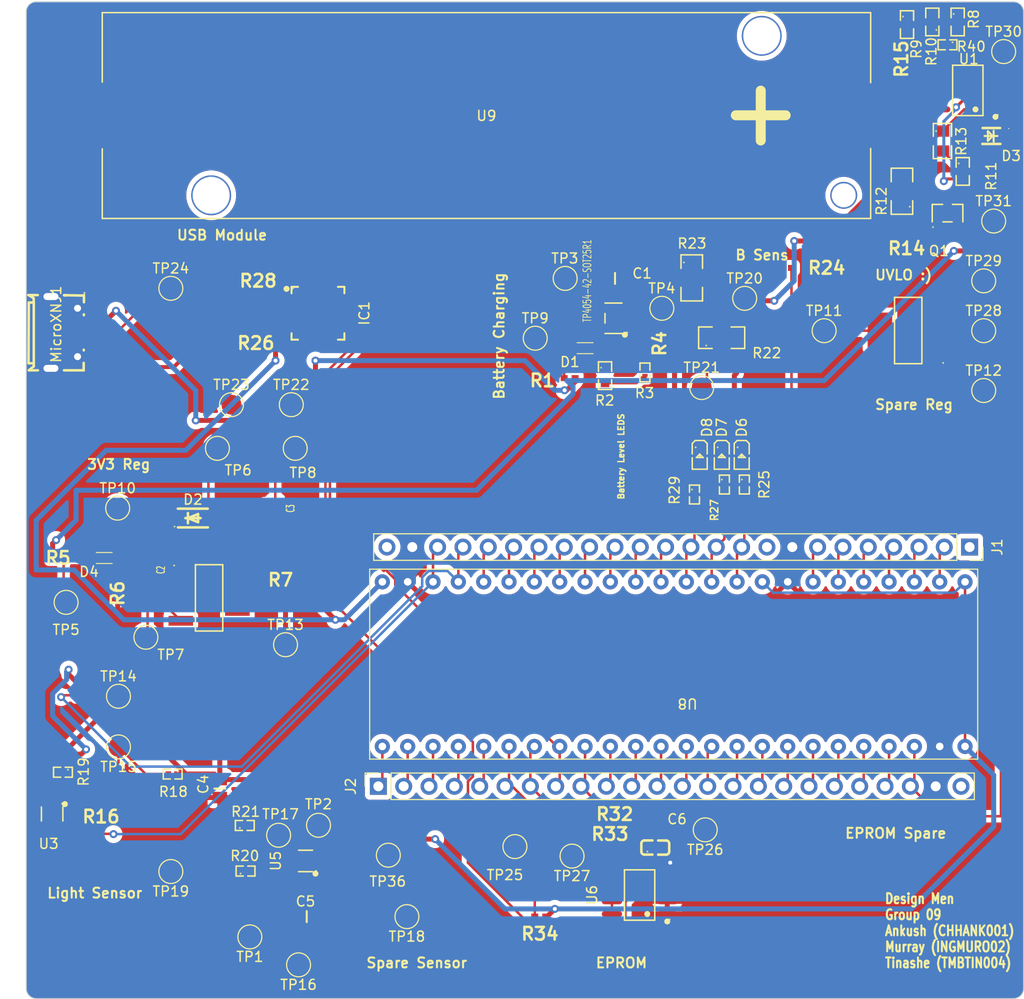
<source format=kicad_pcb>
(kicad_pcb (version 20221018) (generator pcbnew)
  (layers (0 "F.Cu" signal) (31 "B.Cu" signal) (34 "B.Paste" user) (35 "F.Paste" user) (36 "B.SilkS" user "B.Silkscreen") (37 "F.SilkS" user "F.Silkscreen") (38 "B.Mask" user) (39 "F.Mask" user) (44 "Edge.Cuts" user))
  (net 0 "")
  (net 1 "Net-(U5-SDA)")
  (net 2 "Net-(U5-SCL)")
  (net 3 "Net-(D1-K)")
  (net 4 "Net-(TP4054-42-SOT25R1-BAT)")
  (net 5 "GND")
  (net 6 "/MICROCONTROLLER/VSS")
  (net 7 "Net-(U3-SCL)")
  (net 8 "Net-(U3-SDA)")
  (net 9 "Net-(U5-VDD)")
  (net 10 "Net-(R20-Pad1)")
  (net 11 "/POWER MODULE/Battery")
  (net 12 "Net-(R22-Pad1)")
  (net 13 "/MICROCONTROLLER/5V")
  (net 14 "Net-(MicroXNJ1-D-)")
  (net 15 "Net-(MicroXNJ1-D+)")
  (net 16 "Net-(U6-VCC)")
  (net 17 "Net-(U6-SDA)")
  (net 18 "Net-(U6-SCL)")
  (net 19 "/POWER MODULE/UVLO Output")
  (net 20 "/MICROCONTROLLER/PA0")
  (net 21 "/MICROCONTROLLER/PA1")
  (net 22 "/MICROCONTROLLER/PA2")
  (net 23 "/MICROCONTROLLER/PA3")
  (net 24 "/MICROCONTROLLER/PB10")
  (net 25 "/MICROCONTROLLER/PB11")
  (net 26 "/MICROCONTROLLER/PA9")
  (net 27 "/MICROCONTROLLER/PA10")
  (net 28 "/MICROCONTROLLER/PA11")
  (net 29 "/MICROCONTROLLER/PA12")
  (net 30 "Net-(D3-A)")
  (net 31 "Net-(D3-K)")
  (net 32 "Net-(D6-A)")
  (net 33 "Net-(D7-A)")
  (net 34 "Net-(D8-A)")
  (net 55 "/MICROCONTROLLER/D-")
  (net 56 "/MICROCONTROLLER/D+")
  (net 59 "Net-(Q1-G)")
  (net 60 "Net-(Q1-D)")
  (net 61 "Net-(R2-Pad2)")
  (net 62 "Net-(TP4054-42-SOT25R1-PROG)")
  (net 63 "Net-(R40-Pad1)")
  (net 64 "Net-(U1--)")
  (net 65 "Net-(R12-Pad2)")
  (net 68 "Net-(D1-PadA)")
  (net 69 "Net-(D4-PadA)")
  (net 70 "/MICROCONTROLLER/PC13")
  (net 71 "/MICROCONTROLLER/PC14")
  (net 72 "/MICROCONTROLLER/PC15")
  (net 73 "/MICROCONTROLLER/PF0")
  (net 74 "/MICROCONTROLLER/PF1")
  (net 75 "/MICROCONTROLLER/NRST")
  (net 76 "/MICROCONTROLLER/PA4")
  (net 77 "/MICROCONTROLLER/PA5")
  (net 78 "/MICROCONTROLLER/PA6")
  (net 79 "/MICROCONTROLLER/PA7")
  (net 80 "/MICROCONTROLLER/PB0")
  (net 81 "/MICROCONTROLLER/PB1")
  (net 82 "/MICROCONTROLLER/PB2")
  (net 86 "/MICROCONTROLLER/PB12")
  (net 87 "/MICROCONTROLLER/PB13")
  (net 88 "/MICROCONTROLLER/PB14")
  (net 89 "/MICROCONTROLLER/PB15")
  (net 90 "/MICROCONTROLLER/PA8")
  (net 91 "/MICROCONTROLLER/PA13")
  (net 92 "/MICROCONTROLLER/PF6")
  (net 93 "/MICROCONTROLLER/PF7")
  (net 94 "/MICROCONTROLLER/PA14")
  (net 95 "/MICROCONTROLLER/PA15")
  (net 96 "/MICROCONTROLLER/PB3")
  (net 97 "/MICROCONTROLLER/PB4")
  (net 98 "/MICROCONTROLLER/PB5")
  (net 99 "/MICROCONTROLLER/PB6")
  (net 100 "/MICROCONTROLLER/PB7")
  (net 101 "/MICROCONTROLLER/BOOT")
  (net 102 "/MICROCONTROLLER/PB8")
  (net 103 "/MICROCONTROLLER/PB9")
  (net 105 "Net-(#FLG05-pwr)")
  (net 106 "Net-(#FLG06-pwr)")
  (net 107 "Net-(C5-Pad1)")
  (net 108 "Net-(U5-INT)")
  (net 109 "Net-(U5-GND)")
  (net 111 "Net-(REF2-GND{slash}ADJ)")
  (net 112 "Net-(REF2-Output-Pad2)")
  (net 113 "Net-(REF2-Input)")
  (net 114 "Net-(REF2-Output-Pad4)")
  (net 115 "Net-(D2-A)")
  (footprint "footprint:RESC1005X40N" (layer "F.Cu") (at 148.528916 133.068504)
    (fp_text reference "R33")
    (fp_text value "0" hide)
  )
  (footprint "TestPoint:TestPoint_Pad_D2.0mm" (layer "F.Cu") (at 116.969711 92.799975)
    (fp_text reference "TP8")
    (fp_text value "TestPoint" hide)
  )
  (footprint "TestPoint:TestPoint_Pad_D2.0mm" (layer "F.Cu") (at 104.499111 76.75)
    (fp_text reference "TP24")
    (fp_text value "TestPoint" hide)
  )
  (footprint "footprint:CAPC2012X140N" (layer "F.Cu") (at 109.41 126.93 90)
    (fp_text reference "C4")
    (fp_text value "1uF")
  )
  (footprint "TestPoint:TestPoint_Pad_D2.0mm" (layer "F.Cu") (at 126.306274 133.612033 180)
    (fp_text reference "TP36")
    (fp_text value "TestPoint" hide)
  )
  (footprint "TestPoint:TestPoint_Pad_D2.0mm" (layer "F.Cu") (at 153.7265 78.753538)
    (fp_text reference "TP4")
    (fp_text value "TestPoint" hide)
  )
  (footprint "footprint:RESC1005X40N" (layer "F.Cu") (at 113.028 78.422254)
    (fp_text reference "R28")
    (fp_text value "0" hide)
  )
  (footprint "footprints:STM32F051C6T6" (layer "F.Cu") (at 156.1065 112.3035 180)
    (fp_text reference "U8")
    (fp_text value "~")
  )
  (footprint "TestPoint:TestPoint_Pad_D2.0mm" (layer "F.Cu") (at 144.03384 75.753538)
    (fp_text reference "TP3")
    (fp_text value "TestPoint" hide)
  )
  (footprint "TestPoint:TestPoint_Pad_D2.0mm" (layer "F.Cu") (at 187 70)
    (fp_text reference "TP31")
    (fp_text value "TestPoint" hide)
  )
  (footprint "footprint:R1206" (layer "F.Cu") (at 159.7265 81.7035)
    (fp_text reference "R22")
    (fp_text value "100k")
  )
  (footprint "footprint:RESC1005X40N" (layer "F.Cu") (at 166.1765 74.7035)
    (fp_text reference "R24")
    (fp_text value "0" hide)
  )
  (footprint "footprint:RESC1005X40N" (layer "F.Cu") (at 95.25 117.02 90)
    (fp_text reference "R17" hide)
    (fp_text value "0" hide)
  )
  (footprint "footprint:MICRO-USB-SMD_MICROXNJ" (layer "F.Cu") (at 94 81.174943 -90)
    (fp_text reference "MicroXNJ1")
    (fp_text value "~")
  )
  (footprint "footprint:R0402" (layer "F.Cu") (at 182.372 52.324 180)
    (fp_text reference "R40")
    (fp_text value "Value: Value: Value: Value: Value: Value:  510k" hide)
  )
  (footprint "footprint:SOT-363_L2.0-W1.3-P0.65-LS2.1-BL" (layer "F.Cu") (at 92.600013 129.480008 180)
    (fp_text reference "U3")
    (fp_text value "LTR-303ALS-01")
  )
  (footprint "TestPoint:TestPoint_Pad_D2.0mm" (layer "F.Cu") (at 117.306274 144.612033 180)
    (fp_text reference "TP16")
    (fp_text value "TestPoint" hide)
  )
  (footprint "footprint:RESC1005X40N" (layer "F.Cu") (at 178.266 71.12)
    (fp_text reference "R14")
    (fp_text value "0" hide)
  )
  (footprint "footprint:RESC1005X40N" (layer "F.Cu") (at 93.2 103.799975)
    (fp_text reference "R5")
    (fp_text value "0" hide)
  )
  (footprint "footprint:RESC1005X40N" (layer "F.Cu") (at 175.768 54.398 90)
    (fp_text reference "R15")
    (fp_text value "0" hide)
  )
  (footprint "TestPoint:TestPoint_Pad_D2.0mm" (layer "F.Cu") (at 162.03384 77.753538)
    (fp_text reference "TP20")
    (fp_text value "TestPoint" hide)
  )
  (footprint "footprint:LL-34_L3.5-W1.5-RD" (layer "F.Cu") (at 186.767975 61.468 180)
    (fp_text reference "D3")
    (fp_text value "D_Zener")
  )
  (footprint "footprint:R0603" (layer "F.Cu") (at 178.308 50.292 -90)
    (fp_text reference "R9")
    (fp_text value "2.0M")
  )
  (footprint "footprint:R0402" (layer "F.Cu") (at 152.03384 85.186355 90)
    (fp_text reference "R3")
    (fp_text value "1.5k")
  )
  (footprint "TestPoint:TestPoint_Pad_D2.0mm" (layer "F.Cu") (at 94 108.25)
    (fp_text reference "TP5")
    (fp_text value "TestPoint" hide)
  )
  (footprint "TestPoint:TestPoint_Pad_D2.0mm" (layer "F.Cu") (at 186 76)
    (fp_text reference "TP29")
    (fp_text value "TestPoint" hide)
  )
  (footprint "TestPoint:TestPoint_Pad_D2.0mm" (layer "F.Cu") (at 115.306274 131.612033 180)
    (fp_text reference "TP17")
    (fp_text value "TestPoint" hide)
  )
  (footprint "footprint:R0402" (layer "F.Cu") (at 111.914008 130.632008)
    (fp_text reference "R21")
    (fp_text value "1k")
  )
  (footprint "TestPoint:TestPoint_Pad_D2.0mm" (layer "F.Cu") (at 186 81)
    (fp_text reference "TP28")
    (fp_text value "TestPoint" hide)
  )
  (footprint "footprint:SOT323_INFINEON" (layer "F.Cu") (at 97.8198 103.799975 180)
    (fp_text reference "D4")
    (fp_text value "D_Schottky")
  )
  (footprint "footprint:CAPC1608X90N" (layer "F.Cu") (at 114.969711 99.074975 -90)
    (fp_text reference "C3")
    (fp_text value "10uF")
  )
  (footprint "TestPoint:TestPoint_Pad_D2.0mm" (layer "F.Cu") (at 99.25 117.67)
    (fp_text reference "TP14")
    (fp_text value "TestPoint" hide)
  )
  (footprint "footprint:RESC1005X40N" (layer "F.Cu") (at 115.5 107.75)
    (fp_text reference "R7")
    (fp_text value "0" hide)
  )
  (footprint "footprint:R0603" (layer "F.Cu") (at 148.03384 85.506904 -90)
    (fp_text reference "R2")
    (fp_text value "150")
  )
  (footprint "footprint:SOT-23-5_L3.0-W1.7-P0.95-LS2.8-BL" (layer "F.Cu") (at 148.88017 79.753538 90)
    (fp_text reference "TP4054-42-SOT25R1")
    (fp_text value "~")
  )
  (footprint "TestPoint:TestPoint_Pad_D2.0mm" (layer "F.Cu") (at 109.1698 92.799975)
    (fp_text reference "TP6")
    (fp_text value "TestPoint" hide)
  )
  (footprint "footprint:RESC1005X40N" (layer "F.Cu") (at 113.028 80.422254)
    (fp_text reference "R26")
    (fp_text value "0" hide)
  )
  (footprint "footprint:R0402" (layer "F.Cu") (at 111.989191 135.204008)
    (fp_text reference "R20")
    (fp_text value "1k")
  )
  (footprint "footprint:SOD-123F_L2.8-W1.8-LS3.7-RD" (layer "F.Cu") (at 106.719711 99.799975)
    (fp_text reference "D2")
    (fp_text value "1N4001")
  )
  (footprint "footprint:R0402" (layer "F.Cu") (at 160 96.432817 -90)
    (fp_text reference "R27")
    (fp_text value "1k")
  )
  (footprint "TestPoint:TestPoint_Pad_D2.0mm" (layer "F.Cu") (at 157.7265 86.7035)
    (fp_text reference "TP21")
    (fp_text value "TestPoint" hide)
  )
  (footprint "TestPoint:TestPoint_Pad_D2.0mm" (layer "F.Cu") (at 186 87)
    (fp_text reference "TP12")
    (fp_text value "TestPoint" hide)
  )
  (footprint "footprint:RESC1005X40N" (layer "F.Cu") (at 152.528916 129.068504 180)
    (fp_text reference "R32")
    (fp_text value "0" hide)
  )
  (footprint "footprint:SOT-23-3_L3.0-W1.6-P1.90-LS2.8-BR" (layer "F.Cu") (at 182.372025 69.207154 -90)
    (fp_text reference "Q1")
    (fp_text value "PMOS")
  )
  (footprint "footprint:RESC1005X40N" (layer "F.Cu") (at 144.48384 85.753538 180)
    (fp_text reference "R1")
    (fp_text value "0" hide)
  )
  (footprint "TestPoint:TestPoint_Pad_D2.0mm" (layer "F.Cu") (at 138.998916 132.75 180)
    (fp_text reference "TP25")
    (fp_text value "TestPoint" hide)
  )
  (footprint "footprint:RESC1005X40N" (layer "F.Cu") (at 141.538916 139.768504)
    (fp_text reference "R34")
    (fp_text value "0" hide)
  )
  (footprint "TestPoint:TestPoint_Pad_D2.0mm" (layer "F.Cu") (at 116.578 88.422254)
    (fp_text reference "TP22")
    (fp_text value "TestPoint" hide)
  )
  (footprint "footprint:SOT-223-4_L6.5-W3.5-P2.30-LS7.0-BR" (layer "F.Cu") (at 178.429801 80.982214)
    (fp_text reference "REF2" hide)
    (fp_text value "AMS1117-3_3_C369933")
  )
  (footprint "TestPoint:TestPoint_Pad_D2.0mm" (layer "F.Cu") (at 188 53)
    (fp_text reference "TP30")
    (fp_text value "TestPoint" hide)
  )
  (footprint "footprint:RESC1005X40N" (layer "F.Cu") (at 155 82.303538 -90)
    (fp_text reference "R4")
    (fp_text value "0" hide)
  )
  (footprint "TestPoint:TestPoint_Pad_D2.0mm" (layer "F.Cu") (at 99.1698 98.799975)
    (fp_text reference "TP10")
    (fp_text value "TestPoint" hide)
  )
  (footprint "footprint:R0402" (layer "F.Cu") (at 157 97.432817 -90)
    (fp_text reference "R29")
    (fp_text value "1k")
  )
  (footprint "footprint:LED0603-RD" (layer "F.Cu") (at 161.729929 93.502967 -90)
    (fp_text reference "D6")
    (fp_text value "LED")
  )
  (footprint "TestPoint:TestPoint_Pad_D2.0mm" (layer "F.Cu") (at 144.7265 133.7035 180)
    (fp_text reference "TP27")
    (fp_text value "TestPoint" hide)
  )
  (footprint "footprint:C0603" (layer "F.Cu") (at 153.078916 132.848529)
    (fp_text reference "C6")
    (fp_text value "3.3nF")
  )
  (footprint "footprint:RESC1005X40N" (layer "F.Cu") (at 96.8 131.47 180)
    (fp_text reference "R16")
    (fp_text value "0" hide)
  )
  (footprint "footprint:R0402" (layer "F.Cu") (at 104.682817 125.47 180)
    (fp_text reference "R18")
    (fp_text value "1k")
  )
  (footprint "footprint:R0805" (layer "F.Cu") (at 181.864 61.976 -90)
    (fp_text reference "R13")
    (fp_text value "10M")
  )
  (footprint "TestPoint:TestPoint_Pad_D2.0mm" (layer "F.Cu") (at 110.578 88.422254)
    (fp_text reference "TP23")
    (fp_text value "TestPoint" hide)
  )
  (footprint "footprint:R1206" (layer "F.Cu") (at 177.8 67.010791 90)
    (fp_text reference "R12")
    (fp_text value "1M")
  )
  (footprint "TestPoint:TestPoint_Pad_D2.0mm" (layer "F.Cu") (at 99.25 122.75 180)
    (fp_text reference "TP15")
    (fp_text value "TestPoint" hide)
  )
  (footprint "TestPoint:TestPoint_Pad_D2.0mm" (layer "F.Cu") (at 128.170008 139.776008 180)
    (fp_text reference "TP18")
    (fp_text value "TestPoint" hide)
  )
  (footprint "footprint:R0402" (layer "F.Cu") (at 162 96.432817 -90)
    (fp_text reference "R25")
    (fp_text value "1k")
  )
  (footprint "footprint:SOT-223-4_L6.5-W3.5-P2.30-LS7.0-BR" (layer "F.Cu") (at 108.3349 107.799975 180)
    (fp_text reference "REF1" hide)
    (fp_text value "AMS1117-3_3_C369933")
  )
  (footprint "footprint:R1206" (layer "F.Cu") (at 156.7265 75.7035 -90)
    (fp_text reference "R23")
    (fp_text value "100k")
  )
  (footprint "TestPoint:TestPoint_Pad_D2.0mm" (layer "F.Cu") (at 104.5 135.25 180)
    (fp_text reference "TP19")
    (fp_text value "TestPoint" hide)
  )
  (footprint "footprint:R0603" (layer "F.Cu") (at 183.388 50.029366 -90)
    (fp_text reference "R8")
    (fp_text value "3M")
  )
  (footprint "footprint:SOT323_INFINEON" (layer "F.Cu") (at 146.03384 82.753538 180)
    (fp_text reference "D1")
    (fp_text value "D_Schottky")
  )
  (footprint "TestPoint:TestPoint_Pad_D2.0mm" (layer "F.Cu") (at 141.03384 81.753538)
    (fp_text reference "TP9")
    (fp_text value "TestPoint" hide)
  )
  (footprint "TestPoint:TestPoint_Pad_D2.0mm" (layer "F.Cu") (at 112.422008 141.808008 180)
    (fp_text reference "TP1")
    (fp_text value "TestPoint" hide)
  )
  (footprint "TestPoint:TestPoint_Pad_D2.0mm" (layer "F.Cu") (at 102 111.75)
    (fp_text reference "TP7")
    (fp_text value "TestPoint" hide)
  )
  (footprint "footprint:SOIC-8_L4.9-W3.9-P1.27-LS6.0-BL" (layer "F.Cu") (at 184.404 56.896 90)
    (fp_text reference "U1")
    (fp_text value "C7433")
  )
  (footprint "footprint:CAPC1608X90N" (layer "F.Cu") (at 102.1698 106.024975 -90)
    (fp_text reference "C2")
    (fp_text value "10uF")
  )
  (footprint "TestPoint:TestPoint_Pad_D2.0mm" (layer "F.Cu") (at 116 112.5)
    (fp_text reference "TP13")
    (fp_text value "TestPoint" hide)
  )
  (footprint "footprint:R0603" (layer "F.Cu") (at 183.896 65.024 -90)
    (fp_text reference "R11")
    (fp_text value "150k")
  )
  (footprint "footprint:CAPC2012X140N" (layer "F.Cu") (at 149.03384 75.753538)
    (fp_text reference "C1")
    (fp_text value "1uF")
  )
  (footprint "footprint:R0402" (layer "F.Cu") (at 93.682817 125.29 180)
    (fp_text reference "R19")
    (fp_text value "1k")
  )
  (footprint "TestPoint:TestPoint_Pad_D2.0mm" (layer "F.Cu") (at 119.306274 130.612033 180)
    (fp_text reference "TP2")
    (fp_text value "TestPoint" hide)
  )
  (footprint "footprint:RESC1005X40N" (layer "F.Cu") (at 99.1698 107.349975 -90)
    (fp_text reference "R6")
    (fp_text value "2.2k" hide)
  )
  (footprint "TestPoint:TestPoint_Pad_D2.0mm" (layer "F.Cu") (at 158.078916 131.068504 180)
    (fp_text reference "TP26")
    (fp_text value "TestPoint" hide)
  )
  (footprint "footprint:CAPC2012X140N" (layer "F.Cu") (at 118.126008 139.776008)
    (fp_text reference "C5")
    (fp_text value "1uF")
  )
  (footprint "TestPoint:TestPoint_Pad_D2.0mm" (layer "F.Cu") (at 170 81)
    (fp_text reference "TP11")
    (fp_text value "TestPoint" hide)
  )
  (footprint "Connector_PinSocket_2.54mm:PinSocket_1x24_P2.54mm_Vertical" (layer "F.Cu") (at 125.3065 126.7035 90)
    (fp_text reference "J2")
    (fp_text value "Conn_01x24_Pin")
  )
  (footprint "footprints:18650_Holder_SMD" (layer "F.Cu") (at 136.144 59.944)
    (fp_text reference "U9")
    (fp_text value "~")
  )
  (footprint "footprint:LED0603-RD" (layer "F.Cu") (at 157.519071 93.502967 -90)
    (fp_text reference "D8")
    (fp_text value "LED" hide)
  )
  (footprint "footprint:WQFN-28_L5.0-W5.0-P0.50-BL-EP3.2" (layer "F.Cu") (at 119.25 79.25 -90)
    (fp_text reference "IC1")
    (fp_text value "CP2102-GMR")
  )
  (footprint "Connector_PinSocket_2.54mm:PinSocket_1x24_P2.54mm_Vertical" (layer "F.Cu") (at 184.5865 102.7035 -90)
    (fp_text reference "J1")
    (fp_text value "Conn_01x24_Pin")
  )
  (footprint "footprint:R0603" (layer "F.Cu") (at 180.848 50.029366 90)
    (fp_text reference "R10")
    (fp_text value "3M")
  )
  (footprint "footprint:LED0603-RD" (layer "F.Cu") (at 159.729929 93.502967 -90)
    (fp_text reference "D7")
    (fp_text value "LED" hide)
  )
  (footprint "footprint:SOT-363_L2.0-W1.3-P0.65-LS2.1-BL" (layer "F.Cu") (at 118.010008 134.188008 90)
    (fp_text reference "U5")
    (fp_text value "LTR-303ALS-01")
  )
  (footprint "footprint:SOIC-8_L4.9-W3.9-P1.27-LS6.0-BL" (layer "F.Cu") (at 151.498916 137.608504 90)
    (fp_text reference "U6")
    (fp_text value "C6482")
  )
  (gr_line (start 190 147) (end 190 49) (stroke (width 0.1)) (layer "Edge.Cuts"))
  (gr_arc (start 190 147) (mid 189.707107 147.707107) (end 189 148) (stroke (width 0.1)) (layer "Edge.Cuts"))
  (gr_line (start 90 49) (end 90 147) (stroke (width 0.1)) (layer "Edge.Cuts"))
  (gr_arc (start 189 48) (mid 189.707107 48.292893) (end 190 49) (stroke (width 0.1)) (layer "Edge.Cuts"))
  (gr_line (start 91 148) (end 189 148) (stroke (width 0.1)) (layer "Edge.Cuts"))
  (gr_arc (start 91 148) (mid 90.292893 147.707107) (end 90 147) (stroke (width 0.1)) (layer "Edge.Cuts"))
  (gr_line (start 189 48) (end 91 48) (stroke (width 0.1)) (layer "Edge.Cuts"))
  (gr_arc (start 90 49) (mid 90.292893 48.292893) (end 91 48) (stroke (width 0.1)) (layer "Edge.Cuts"))
  (gr_text "3V3 Reg" (at 96 95) (layer "F.SilkS") (effects (font (size 1 1) (thickness 0.2) bold) (justify left bottom)))
  (gr_text "EPROM Spare" (at 172 132) (layer "F.SilkS") (effects (font (size 1 1) (thickness 0.2) bold) (justify left bottom)))
  (gr_text "Light Sensor" (at 92 138) (layer "F.SilkS") (effects (font (size 1 1) (thickness 0.2) bold) (justify left bottom)))
  (gr_text "Design Men \nGroup 09\nAnkush (CHHANK001)\nMurray (INGMURO02)\nTinashe (TMBTIN004)" (at 176 145) (layer "F.SilkS") (effects (font (size 1 0.8) (thickness 0.2) bold) (justify left bottom)))
  (gr_text "Battery Level LEDS" (at 150 98 90) (layer "F.SilkS") (effects (font (size 0.6 0.6) (thickness 0.15) bold) (justify left bottom)))
  (gr_text "Spare Sensor " (at 124 145) (layer "F.SilkS") (effects (font (size 1 1) (thickness 0.2) bold) (justify left bottom)))
  (gr_text "EPROM" (at 147 145) (layer "F.SilkS") (effects (font (size 1 1) (thickness 0.2) bold) (justify left bottom)))
  (gr_text "USB Module" (at 105 72) (layer "F.SilkS") (effects (font (size 1 1) (thickness 0.2) bold) (justify left bottom)))
  (gr_text "Spare Reg" (at 175 89) (layer "F.SilkS") (effects (font (size 1 1) (thickness 0.2) bold) (justify left bottom)))
  (gr_text "Battery Charging " (at 138 88 90) (layer "F.SilkS") (effects (font (size 1 1) (thickness 0.2) bold) (justify left bottom)))
  (gr_text "B Sens" (at 161 74) (layer "F.SilkS") (effects (font (size 1 1) (thickness 0.2) bold) (justify left bottom)))
  (gr_text "UVLO :)" (at 175 76) (layer "F.SilkS") (effects (font (size 1 1) (thickness 0.2) bold) (justify left bottom)))
  (segment (start 112.422008 135.612033) (end 112.422008 135.204008) (width 0.25) (layer "F.Cu") (net 1))
  (segment (start 112.422008 141.808008) (end 112.422008 135.612033) (width 0.25) (layer "F.Cu") (net 1))
  (segment (start 113.196046 134.837995) (end 117.020016 134.837995) (width 0.25) (layer "F.Cu") (net 1))
  (segment (start 112.422008 135.612033) (end 113.196046 134.837995) (width 0.25) (layer "F.Cu") (net 1))
  (segment (start 117.020016 132.898291) (end 117.020016 133.538021) (width 0.25) (layer "F.Cu") (net 2))
  (segment (start 118.306274 131.612033) (end 116.981274 130.287033) (width 0.25) (layer "F.Cu") (net 2))
  (segment (start 118.306274 131.612033) (end 117.020016 132.898291) (width 0.25) (layer "F.Cu") (net 2))
  (segment (start 116.981274 130.287033) (end 112.6918 130.287033) (width 0.25) (layer "F.Cu") (net 2))
  (segment (start 119.306274 130.612033) (end 118.306274 131.612033) (width 0.25) (layer "F.Cu") (net 2))
  (segment (start 112.6918 130.287033) (end 112.346825 130.632008) (width 0.25) (layer "F.Cu") (net 2))
  (segment (start 144.03384 75.753538) (end 148.13384 75.753538) (width 0.25) (layer "F.Cu") (net 3))
  (segment (start 148.13384 78.396236) (end 147.7265 78.803576) (width 0.25) (layer "F.Cu") (net 3))
  (segment (start 147.7265 78.803576) (end 146.813997 79.716079) (width 0.25) (layer "F.Cu") (net 3))
  (segment (start 146.813997 79.716079) (end 146.813997 81.790997) (width 0.25) (layer "F.Cu") (net 3))
  (segment (start 148.13384 75.753538) (end 148.13384 78.396236) (width 0.25) (layer "F.Cu") (net 3))
  (segment (start 146.813997 81.790997) (end 147.7265 82.7035) (width 0.25) (layer "F.Cu") (net 3))
  (segment (start 153.7265 80.446198) (end 155.03384 81.753538) (width 0.25) (layer "F.Cu") (net 4))
  (segment (start 150.144755 78.692661) (end 150.03384 78.803576) (width 0.25) (layer "F.Cu") (net 4))
  (segment (start 153.7265 78.753538) (end 151.737339 78.753538) (width 0.25) (layer "F.Cu") (net 4))
  (segment (start 153.7265 78.753538) (end 153.7265 80.446198) (width 0.25) (layer "F.Cu") (net 4))
  (segment (start 151.737339 78.753538) (end 151.676462 78.692661) (width 0.25) (layer "F.Cu") (net 4))
  (segment (start 151.676462 78.692661) (end 150.144755 78.692661) (width 0.25) (layer "F.Cu") (net 4))
  (segment (start 153.778941 132.848529) (end 154.930412 134) (width 0.5) (layer "F.Cu") (net 5))
  (segment (start 95.148717 83.599886) (end 95.148717 82.197549) (width 0.25) (layer "F.Cu") (net 5))
  (segment (start 150.03384 80.7035) (end 150.03384 79.753538) (width 0.25) (layer "F.Cu") (net 5))
  (segment (start 154.570418 134.359994) (end 154.568175 134.359994) (width 0.5) (layer "F.Cu") (net 5))
  (segment (start 149.130341 76.557037) (end 149.130341 79.630341) (width 0.25) (layer "F.Cu") (net 5))
  (segment (start 115.749492 78.749492) (end 115.5 78.5) (width 0.25) (layer "F.Cu") (net 5))
  (segment (start 154.930412 134) (end 154.570418 134.359994) (width 0.5) (layer "F.Cu") (net 5))
  (segment (start 101.0698 107.899975) (end 102.1698 106.799975) (width 0.4) (layer "F.Cu") (net 5))
  (segment (start 91.950026 128.490016) (end 91.950026 127.950026) (width 0.5) (layer "F.Cu") (net 5))
  (segment (start 154.271332 139.513508) (end 154.271332 136.973503) (width 0.25) (layer "F.Cu") (net 5))
  (segment (start 154.271332 135.7035) (end 154.271332 136.973503) (width 0.25) (layer "F.Cu") (net 5))
  (segment (start 100.75 107.899975) (end 101.0698 107.899975) (width 0.4) (layer "F.Cu") (net 5))
  (segment (start 92.600013 130.47) (end 92.575032 130.494981) (width 0.5) (layer "F.Cu") (net 5))
  (segment (start 95.148717 82.197549) (end 95.521336 81.82493) (width 0.25) (layer "F.Cu") (net 5))
  (segment (start 155.7035 135.7035) (end 156 136) (width 0.25) (layer "F.Cu") (net 5))
  (segment (start 150.03384 82.753538) (end 152.03384 84.753538) (width 0.25) (layer "F.Cu") (net 5))
  (segment (start 149.130341 79.630341) (end 149.253538 79.753538) (width 0.25) (layer "F.Cu") (net 5))
  (segment (start 154.271332 135.7035) (end 155.7035 135.7035) (width 0.25) (layer "F.Cu") (net 5))
  (segment (start 156.7265 74.224709) (end 157.275291 74.224709) (width 0.25) (layer "F.Cu") (net 5))
  (segment (start 99.1698 107.899975) (end 100.75 107.899975) (width 0.4) (layer "F.Cu") (net 5))
  (segment (start 92.575032 130.494981) (end 92.575032 131.310005) (width 0.5) (layer "F.Cu") (net 5))
  (segment (start 149.253538 79.753538) (end 150.03384 79.753538) (width 0.25) (layer "F.Cu") (net 5))
  (segment (start 149.93384 75.753538) (end 149.130341 76.557037) (width 0.25) (layer "F.Cu") (net 5))
  (segment (start 150.03384 80.7035) (end 150.03384 82.753538) (width 0.25) (layer "F.Cu") (net 5))
  (segment (start 157.515642 92.7035) (end 161.7265 92.7035) (width 0.25) (layer "F.Cu") (net 5))
  (segment (start 116.75 78.749492) (end 115.749492 78.749492) (width 0.25) (layer "F.Cu") (net 5))
  (via (at 154.568175 134.359994) (size 0.8) (drill 0.4) (layers "F.Cu" "B.Cu") (net 5))
  (segment (start 154.568175 134.568175) (end 154.568175 134.359994) (width 0.5) (layer "B.Cu") (net 5))
  (segment (start 108.85 125.47) (end 109.41 126.03) (width 0.5) (layer "F.Cu") (net 6))
  (segment (start 92.517171 124.569998) (end 97.087169 120) (width 0.5) (layer "F.Cu") (net 6))
  (segment (start 126.744851 132) (end 131 132) (width 0.5) (layer "F.Cu") (net 6))
  (segment (start 120.774851 126.03) (end 126.744851 132) (width 0.5) (layer "F.Cu") (net 6))
  (segment (start 93.25 128.490016) (end 94.115634 127.624382) (width 0.5) (layer "F.Cu") (net 6))
  (segment (start 94.115634 127.624382) (end 94.115634 125.29) (width 0.5) (layer "F.Cu") (net 6))
  (segment (start 116 108) (end 119 108) (width 0.5) (layer "F.Cu") (net 6))
  (segment (start 115 81.250635) (end 115 82) (width 0.3) (layer "F.Cu") (net 6))
  (segment (start 97.087169 120) (end 100.53 120) (width 0.5) (layer "F.Cu") (net 6))
  (segment (start 100.53 120) (end 106 125.47) (width 0.5) (layer "F.Cu") (net 6))
  (segment (start 109.41 126.03) (end 120.774851 126.03) (width 0.5) (layer "F.Cu") (net 6))
  (segment (start 184.1265 106.1935) (end 184.1265 122.7035) (width 0.25) (layer "F.Cu") (net 6))
  (segment (start 94.115634 125.877197) (end 93.982829 126.010002) (width 0.5) (layer "F.Cu") (net 6))
  (segment (start 92.517171 126.010002) (end 92.517171 124.569998) (width 0.5) (layer "F.Cu") (net 6))
  (segment (start 116.75 80.250635) (end 116 80.250635) (width 0.3) (layer "F.Cu") (net 6))
  (segment (start 106 125.47) (end 108.85 125.47) (width 0.5) (layer "F.Cu") (net 6))
  (segment (start 94.115634 125.29) (end 94.115634 125.877197) (width 0.5) (layer "F.Cu") (net 6))
  (segment (start 115 84) (end 115 82) (width 0.5) (layer "F.Cu") (net 6))
  (segment (start 142.088916 139.768504) (end 142.231496 139.768504) (width 0.5) (layer "F.Cu") (net 6))
  (segment (start 116 112.5) (end 116 108) (width 0.5) (layer "F.Cu") (net 6))
  (segment (start 93.982829 126.010002) (end 92.517171 126.010002) (width 0.5) (layer "F.Cu") (net 6))
  (segment (start 119 108) (end 121 110) (width 0.5) (layer "F.Cu") (net 6))
  (segment (start 105.115634 125.47) (end 106 125.47) (width 0.5) (layer "F.Cu") (net 6))
  (segment (start 142.231496 139.768504) (end 143 139) (width 0.5) (layer "F.Cu") (net 6))
  (segment (start 109.41 126.03) (end 109.41 119.09) (width 0.5) (layer "F.Cu") (net 6))
  (segment (start 116 80.250635) (end 115 81.250635) (width 0.3) (layer "F.Cu") (net 6))
  (segment (start 109.41 119.09) (end 116 112.5) (width 0.5) (layer "F.Cu") (net 6))
  (via (at 131 132) (size 0.8) (drill 0.4) (layers "F.Cu" "B.Cu") (net 6))
  (via (at 115 84) (size 0.8) (drill 0.4) (layers "F.Cu" "B.Cu") (net 6))
  (via (at 143 139) (size 0.8) (drill 0.4) (layers "F.Cu" "B.Cu") (net 6))
  (via (at 121 110) (size 0.8) (drill 0.4) (layers "F.Cu" "B.Cu") (net 6))
  (segment (start 99.797918 110) (end 94.797918 105) (width 0.5) (layer "B.Cu") (net 6))
  (segment (start 121.9 110) (end 125.7065 106.1935) (width 0.5) (layer "B.Cu") (net 6))
  (segment (start 106 93) (end 115 84) (width 0.5) (layer "B.Cu") (net 6))
  (segment (start 178.75 139) (end 187 130.75) (width 0.5) (layer "B.Cu") (net 6))
  (segment (start 93 98.010051) (end 98.010051 93) (width 0.5) (layer "B.Cu") (net 6))
  (segment (start 121 110) (end 99.797918 110) (width 0.5) (layer "B.Cu") (net 6))
  (segment (start 91 100.010051) (end 93 98.010051) (width 0.5) (layer "B.Cu") (net 6))
  (segment (start 187 125.577) (end 184.1265 122.7035) (width 0.5) (layer "B.Cu") (net 6))
  (segment (start 121 110) (end 121.9 110) (width 0.5) (layer "B.Cu") (net 6))
  (segment (start 131 132) (end 138 139) (width 0.5) (layer "B.Cu") (net 6))
  (segment (start 187 130.75) (end 187 125.577) (width 0.5) (layer "B.Cu") (net 6))
  (segment (start 94.797918 105) (end 91 105) (width 0.5) (layer "B.Cu") (net 6))
  (segment (start 163.8065 106.1935) (end 164.8935 107.2805) (width 0.25) (layer "B.Cu") (net 6))
  (segment (start 143 139) (end 178.75 139) (width 0.5) (layer "B.Cu") (net 6))
  (segment (start 138 139) (end 143 139) (width 0.5) (layer "B.Cu") (net 6))
  (segment (start 91 105) (end 91 100.010051) (width 0.5) (layer "B.Cu") (net 6))
  (segment (start 183.0395 107.2805) (end 184.1265 106.1935) (width 0.25) (layer "B.Cu") (net 6))
  (segment (start 98.010051 93) (end 106 93) (width 0.5) (layer "B.Cu") (net 6))
  (segment (start 164.8935 107.2805) (end 183.0395 107.2805) (width 0.25) (layer "B.Cu") (net 6))
  (segment (start 94.549998 123.47) (end 93.25 124.769998) (width 0.25) (layer "F.Cu") (net 7))
  (segment (start 93.485027 129.47) (end 95.25 127.705027) (width 0.25) (layer "F.Cu") (net 7))
  (segment (start 95.25 123.47) (end 94.549998 123.47) (width 0.25) (layer "F.Cu") (net 7))
  (segment (start 94.25 115) (end 94.25 115.47) (width 0.5) (layer "F.Cu") (net 7))
  (segment (start 94.25 115.47) (end 95.25 116.47) (width 0.5) (layer "F.Cu") (net 7))
  (segment (start 95.25 123.47) (end 95.53 123.47) (width 0.5) (layer "F.Cu") (net 7))
  (segment (start 93.485027 129.47) (end 92.310021 129.47) (width 0.25) (layer "F.Cu") (net 7))
  (segment (start 95.25 127.705027) (end 95.25 123.47) (width 0.25) (layer "F.Cu") (net 7))
  (segment (start 95.25 116.47) (end 98.05 116.47) (width 0.25) (layer "F.Cu") (net 7))
  (segment (start 91.950026 129.829995) (end 91.950026 130.47) (width 0.25) (layer "F.Cu") (net 7))
  (segment (start 93.25 124.769998) (end 93.25 125.29) (width 0.25) (layer "F.Cu") (net 7))
  (segment (start 92.310021 129.47) (end 91.950026 129.829995) (width 0.25) (layer "F.Cu") (net 7))
  (segment (start 98.05 116.47) (end 99.25 117.67) (width 0.25) (layer "F.Cu") (net 7))
  (segment (start 95.53 123.47) (end 96 123) (width 0.5) (layer "F.Cu") (net 7))
  (via (at 94.25 115) (size 0.8) (drill 0.4) (layers "F.Cu" "B.Cu") (net 7))
  (via (at 96 123) (size 0.8) (drill 0.4) (layers "F.Cu" "B.Cu") (net 7))
  (segment (start 92.65 117.397918) (end 94.047918 116) (width 0.5) (layer "B.Cu") (net 7))
  (segment (start 92.65 119.65) (end 92.65 117.397918) (width 0.5) (layer "B.Cu") (net 7))
  (segment (start 94.047918 116) (end 94.047918 115.202082) (width 0.5) (layer "B.Cu") (net 7))
  (segment (start 96 123) (end 92.65 119.65) (width 0.5) (layer "B.Cu") (net 7))
  (segment (start 94.047918 115.202082) (end 94.25 115) (width 0.5) (layer "B.Cu") (net 7))
  (segment (start 99.25 126.833604) (end 99.25 122.75) (width 0.25) (layer "F.Cu") (net 8))
  (segment (start 96.25 129.833604) (end 99.25 126.833604) (width 0.25) (layer "F.Cu") (net 8))
  (segment (start 93.25 130.47) (end 95.25 130.47) (width 0.25) (layer "F.Cu") (net 8))
  (segment (start 95.25 130.47) (end 96.25 131.47) (width 0.25) (layer "F.Cu") (net 8))
  (segment (start 104.25 125.47) (end 101.97 125.47) (width 0.25) (layer "F.Cu") (net 8))
  (segment (start 101.97 125.47) (end 99.25 122.75) (width 0.25) (layer "F.Cu") (net 8))
  (segment (start 96.25 131.47) (end 96.25 129.833604) (width 0.25) (layer "F.Cu") (net 8))
  (segment (start 119 139.75) (end 119.026008 139.776008) (width 0.25) (layer "F.Cu") (net 9))
  (segment (start 119 134.837995) (end 119 139.75) (width 0.25) (layer "F.Cu") (net 9))
  (segment (start 119.026008 139.776008) (end 128.170008 139.776008) (width 0.25) (layer "F.Cu") (net 9))
  (segment (start 105.310008 135.204008) (end 111.556374 135.204008) (width 0.25) (layer "F.Cu") (net 10))
  (segment (start 111.481191 135.437116) (end 111.481191 130.632008) (width 0.25) (layer "F.Cu") (net 10))
  (segment (start 156 89) (end 155 88) (width 0.5) (layer "F.Cu") (net 11))
  (segment (start 162.280302 78) (end 162.03384 77.753538) (width 0.5) (layer "F.Cu") (net 11))
  (segment (start 161 85.48061) (end 161 89) (width 0.5) (layer "F.Cu") (net 11))
  (segment (start 184.836975 48.422762) (end 188 51.585787) (width 0.5) (layer "F.Cu") (net 11))
  (segment (start 175.794 59.419) (end 175.794 66.134585) (width 0.5) (layer "F.Cu") (net 11))
  (segment (start 175.018 54.43) (end 175.018 48.674) (width 0.5) (layer "F.Cu") (net 11))
  (segment (start 175.794 55.206) (end 175.018 54.43) (width 0.5) (layer "F.Cu") (net 11))
  (segment (start 175.018 48.674) (end 175.269238 48.422762) (width 0.5) (layer "F.Cu") (net 11))
  (segment (start 161.205291 81.7035) (end 161.205291 85.275319) (width 0.5) (layer "F.Cu") (net 11))
  (segment (start 175.794 59.419) (end 175.794 55.206) (width 0.5) (layer "F.Cu") (net 11))
  (segment (start 169.928585 72) (end 167 72) (width 0.5) (layer "F.Cu") (net 11))
  (segment (start 165 78) (end 162.280302 78) (width 0.5) (layer "F.Cu") (net 11))
  (segment (start 161.205291 85.275319) (end 161 85.48061) (width 0.5) (layer "F.Cu") (net 11))
  (segment (start 161 89) (end 156 89) (width 0.5) (layer "F.Cu") (net 11))
  (segment (start 188 51.585787) (end 188 53) (width 0.5) (layer "F.Cu") (net 11))
  (segment (start 175.269238 48.422762) (end 184.836975 48.422762) (width 0.5) (layer "F.Cu") (net 11))
  (segment (start 161.205291 81.7035) (end 161.205291 80.7035) (width 0.4) (layer "F.Cu") (net 11))
  (segment (start 162.03384 79.874951) (end 162.03384 77.753538) (width 0.4) (layer "F.Cu") (net 11))
  (segment (start 161.205291 80.7035) (end 162.03384 79.874951) (width 0.4) (layer "F.Cu") (net 11))
  (segment (start 175.794 66.134585) (end 169.928585 72) (width 0.5) (layer "F.Cu") (net 11))
  (segment (start 155 88) (end 155 82.853538) (width 0.5) (layer "F.Cu") (net 11))
  (via (at 167 72) (size 0.8) (drill 0.4) (layers "F.Cu" "B.Cu") (net 11))
  (via (at 165 78) (size 0.8) (drill 0.4) (layers "F.Cu" "B.Cu") (net 11))
  (segment (start 167 72) (end 167 76) (width 0.5) (layer "B.Cu") (net 11))
  (segment (start 167 76) (end 165 78) (width 0.5) (layer "B.Cu") (net 11))
  (segment (start 156.7265 76.7035) (end 159.7265 73.7035) (width 0.25) (layer "F.Cu") (net 12))
  (segment (start 156.7265 77.182291) (end 156.7265 76.7035) (width 0.25) (layer "F.Cu") (net 12))
  (segment (start 158.247709 79.224709) (end 158.247709 81.7035) (width 0.25) (layer "F.Cu") (net 12))
  (segment (start 158.247709 86.182291) (end 157.7265 86.7035) (width 0.25) (layer "F.Cu") (net 12))
  (segment (start 156.7265 77.182291) (end 156.7265 77.7035) (width 0.25) (layer "F.Cu") (net 12))
  (segment (start 160.7265 74.7035) (end 165.6265 74.7035) (width 0.25) (layer "F.Cu") (net 12))
  (segment (start 156.7265 77.7035) (end 158.247709 79.224709) (width 0.25) (layer "F.Cu") (net 12))
  (segment (start 158.247709 81.7035) (end 158.247709 86.182291) (width 0.25) (layer "F.Cu") (net 12))
  (segment (start 159.7265 73.7035) (end 160.7265 74.7035) (width 0.25) (layer "F.Cu") (net 12))
  (segment (start 115.000254 90) (end 116.578 88.422254) (width 0.5) (layer "F.Cu") (net 13))
  (segment (start 145.03384 86.126762) (end 145.03384 85.753538) (width 0.5) (layer "F.Cu") (net 13))
  (segment (start 116.578 88.422254) (end 119 86.000254) (width 0.5) (layer "F.Cu") (net 13))
  (segment (start 98.125032 79.874968) (end 95.521336 79.874968) (width 0.5) (layer "F.Cu") (net 13))
  (segment (start 144.186014 86.974588) (end 145.03384 86.126762) (width 0.5) (layer "F.Cu") (net 13))
  (segment (start 116.578 88.422254) (end 117.659106 87.341148) (width 0.5) (layer "F.Cu") (net 13))
  (segment (start 119 86.000254) (end 119 84) (width 0.5) (layer "F.Cu") (net 13))
  (segment (start 117.659106 87.341148) (end 117.659106 81.75) (width 0.5) (layer "F.Cu") (net 13))
  (segment (start 98.125032 79.874968) (end 99 79) (width 0.5) (layer "F.Cu") (net 13))
  (segment (start 143.974588 86.974588) (end 144.186014 86.974588) (width 0.5) (layer "F.Cu") (net 13))
  (segment (start 107 90) (end 115.000254 90) (width 0.5) (layer "F.Cu") (net 13))
  (via (at 143.974588 86.974588) (size 0.8) (drill 0.4) (layers "F.Cu" "B.Cu") (net 13))
  (via (at 107 90) (size 0.8) (drill 0.4) (layers "F.Cu" "B.Cu") (net 13))
  (via (at 119 84) (size 0.8) (drill 0.4) (layers "F.Cu" "B.Cu") (net 13))
  (via (at 99 79) (size 0.8) (drill 0.4) (layers "F.Cu" "B.Cu") (net 13))
  (segment (start 142.974588 86.974588) (end 143.974588 86.974588) (width 0.5) (layer "B.Cu") (net 13))
  (segment (start 119 84) (end 140 84) (width 0.5) (layer "B.Cu") (net 13))
  (segment (start 107 87) (end 107 90) (width 0.5) (layer "B.Cu") (net 13))
  (segment (start 140 84) (end 142.974588 86.974588) (width 0.5) (layer "B.Cu") (net 13))
  (segment (start 99 79) (end 107 87) (width 0.5) (layer "B.Cu") (net 13))
  (segment (start 112.478 80.422254) (end 109.028 80.422254) (width 0.25) (layer "F.Cu") (net 14))
  (segment (start 93.475044 80.524956) (end 95.521336 80.524956) (width 0.4) (layer "F.Cu") (net 14))
  (segment (start 110.578 88.422254) (end 109.028 86.872254) (width 0.4) (layer "F.Cu") (net 14))
  (segment (start 109.028 86.872254) (end 109.028 80.422254) (width 0.4) (layer "F.Cu") (net 14))
  (segment (start 104.800368 84.649886) (end 94.713792 84.649886) (width 0.4) (layer "F.Cu") (net 14))
  (segment (start 109.028 80.422254) (end 104.800368 84.649886) (width 0.4) (layer "F.Cu") (net 14))
  (segment (start 93 81) (end 93.475044 80.524956) (width 0.4) (layer "F.Cu") (net 14))
  (segment (start 93 82.936094) (end 93 81) (width 0.4) (layer "F.Cu") (net 14))
  (segment (start 94.713792 84.649886) (end 93 82.936094) (width 0.4) (layer "F.Cu") (net 14))
  (segment (start 112.478 78.422254) (end 109.13 78.422254) (width 0.25) (layer "F.Cu") (net 15))
  (segment (start 108.31 79.242254) (end 104.499111 79.242254) (width 0.25) (layer "F.Cu") (net 15))
  (segment (start 99.074168 81.174943) (end 95.521336 81.174943) (width 0.25) (layer "F.Cu") (net 15))
  (segment (start 104.499111 79.242254) (end 101.006857 79.242254) (width 0.25) (layer "F.Cu") (net 15))
  (segment (start 109.13 78.422254) (end 108.31 79.242254) (width 0.25) (layer "F.Cu") (net 15))
  (segment (start 101.006857 79.242254) (end 99.074168 81.174943) (width 0.25) (layer "F.Cu") (net 15))
  (segment (start 104.499111 79.242254) (end 104.499111 76.75) (width 0.25) (layer "F.Cu") (net 15))
  (segment (start 148.7265 138.243505) (end 148.7265 139.513508) (width 0.25) (layer "F.Cu") (net 16))
  (segment (start 149.060404 138.243505) (end 152.378891 134.925018) (width 0.25) (layer "F.Cu") (net 16))
  (segment (start 143.078916 142.068504) (end 143.538916 141.608504) (width 0.25) (layer "F.Cu") (net 16))
  (segment (start 140.988916 139.768504) (end 140.988916 134.74) (width 0.25) (layer "F.Cu") (net 16))
  (segment (start 140.988916 139.978504) (end 140.988916 139.768504) (width 0.25) (layer "F.Cu") (net 16))
  (segment (start 148.7265 139.513508) (end 146.631504 141.608504) (width 0.25) (layer "F.Cu") (net 16))
  (segment (start 140.988916 134.74) (end 138.998916 132.75) (width 0.25) (layer "F.Cu") (net 16))
  (segment (start 143.078916 142.068504) (end 140.988916 139.978504) (width 0.25) (layer "F.Cu") (net 16))
  (segment (start 148.7265 138.243505) (end 149.060404 138.243505) (width 0.25) (layer "F.Cu") (net 16))
  (segment (start 152.378891 134.925018) (end 152.378891 132.848529) (width 0.25) (layer "F.Cu") (net 16))
  (segment (start 143.538916 141.608504) (end 146.631504 141.608504) (width 0.25) (layer "F.Cu") (net 16))
  (segment (start 148.7265 135.00092) (end 148.7265 135.7035) (width 0.25) (layer "F.Cu") (net 17))
  (segment (start 153.078916 130.648504) (end 152.87521 130.85221) (width 0.25) (layer "F.Cu") (net 17))
  (segment (start 158.078916 131.068504) (end 153.078916 131.068504) (width 0.25) (layer "F.Cu") (net 17))
  (segment (start 153.078916 129.068504) (end 153.078916 130.648504) (width 0.25) (layer "F.Cu") (net 17))
  (segment (start 153.078916 131.068504) (end 153.078916 131.055916) (width 0.25) (layer "F.Cu") (net 17))
  (segment (start 153.078916 131.055916) (end 152.87521 130.85221) (width 0.25) (layer "F.Cu") (net 17))
  (segment (start 152.87521 130.85221) (end 148.7265 135.00092) (width 0.25) (layer "F.Cu") (net 17))
  (segment (start 147.378995 136.368583) (end 147.983915 136.973503) (width 0.25) (layer "F.Cu") (net 18))
  (segment (start 144.7265 133.7035) (end 147.34392 133.7035) (width 0.25) (layer "F.Cu") (net 18))
  (segment (start 147.34392 133.7035) (end 147.978916 133.068504) (width 0.25) (layer "F.Cu") (net 18))
  (segment (start 147.983915 136.973503) (end 148.7265 136.973503) (width 0.25) (layer "F.Cu") (net 18))
  (segment (start 147.978916 133.068504) (end 147.378995 133.668425) (width 0.25) (layer "F.Cu") (net 18))
  (segment (start 147.378995 133.668425) (end 147.378995 136.368583) (width 0.25) (layer "F.Cu") (net 18))
  (segment (start 187 70) (end 184 73) (width 0.5) (layer "F.Cu") (net 19))
  (segment (start 187 70) (end 185.672996 71.327004) (width 0.5) (layer "F.Cu") (net 19))
  (segment (start 184 73) (end 183 73) (width 0.5) (layer "F.Cu") (net 19))
  (segment (start 92.65 102.35) (end 92.65 103.799975) (width 0.5) (layer "F.Cu") (net 19))
  (segment (start 93 102) (end 92.65 102.35) (width 0.5) (layer "F.Cu") (net 19))
  (segment (start 185.672996 71.327004) (end 179.023004 71.327004) (width 0.5) (layer "F.Cu") (net 19))
  (segment (start 179.023004 71.327004) (end 178.816 71.12) (width 0.5) (layer "F.Cu") (net 19))
  (via (at 183 73) (size 0.8) (drill 0.4) (layers "F.Cu" "B.Cu") (net 19))
  (via (at 93 102) (size 0.8) (drill 0.4) (layers "F.Cu" "B.Cu") (net 19))
  (segment (start 144.824588 86.622506) (end 144.824588 87.32667) (width 0.5) (layer "B.Cu") (net 19))
  (segment (start 95 97) (end 95 100) (width 0.5) (layer "B.Cu") (net 19))
  (segment (start 144.202082 86) (end 144.824588 86.622506) (width 0.5) (layer "B.Cu") (net 19))
  (segment (start 135.151258 97) (end 95 97) (width 0.5) (layer "B.Cu") (net 19))
  (segment (start 144.824588 87.32667) (end 135.151258 97) (width 0.5) (layer "B.Cu") (net 19))
  (segment (start 95 100) (end 93 102) (width 0.5) (layer "B.Cu") (net 19))
  (segment (start 183 73) (end 170 86) (width 0.5) (layer "B.Cu") (net 19))
  (segment (start 170 86) (end 144.202082 86) (width 0.5) (layer "B.Cu") (net 19))
  (segment (start 161.2665 106.1935) (end 161.2665 103.1635) (width 0.25) (layer "F.Cu") (net 20))
  (segment (start 161.2665 103.1635) (end 161.7265 102.7035) (width 0.25) (layer "F.Cu") (net 20))
  (segment (start 162 102.43) (end 161.7265 102.7035) (width 0.25) (layer "F.Cu") (net 20))
  (segment (start 162 96.865634) (end 162 102.43) (width 0.25) (layer "F.Cu") (net 20))
  (segment (start 158.7265 106.1935) (end 158.7265 103.1635) (width 0.25) (layer "F.Cu") (net 21))
  (segment (start 160 96.865634) (end 160 101.89) (width 0.25) (layer "F.Cu") (net 21))
  (segment (start 160 101.89) (end 159.1865 102.7035) (width 0.25) (layer "F.Cu") (net 21))
  (segment (start 158.7265 103.1635) (end 159.1865 102.7035) (width 0.25) (layer "F.Cu") (net 21))
  (segment (start 156.1865 103.1635) (end 156.6465 102.7035) (width 0.25) (layer "F.Cu") (net 22))
  (segment (start 157 97.865634) (end 157 102.35) (width 0.25) (layer "F.Cu") (net 22))
  (segment (start 156.1865 106.1935) (end 156.1865 103.1635) (width 0.25) (layer "F.Cu") (net 22))
  (segment (start 157 102.35) (end 156.6465 102.7035) (width 0.25) (layer "F.Cu") (net 22))
  (segment (start 153.6465 106.1935) (end 153.6465 103.1635) (width 0.25) (layer "F.Cu") (net 23))
  (segment (start 153.6465 103.1635) (end 154.1065 102.7035) (width 0.25) (layer "F.Cu") (net 23))
  (segment (start 93.68 117.57) (end 93.5 117.75) (width 0.25) (layer "F.Cu") (net 24))
  (segment (start 133.3265 103.3235) (end 133.3265 106.1935) (width 0.25) (layer "F.Cu") (net 24))
  (segment (start 133.7865 102.7035) (end 133.9465 102.7035) (width 0.25) (layer "F.Cu") (net 24))
  (segment (start 95.25 117.57) (end 93.68 117.57) (width 0.25) (layer "F.Cu") (net 24))
  (segment (start 133.9465 102.7035) (end 133.3265 103.3235) (width 0.25) (layer "F.Cu") (net 24))
  (via (at 93.5 117.75) (size 0.8) (drill 0.4) (layers "F.Cu" "B.Cu") (net 24))
  (segment (start 130.336249 105.1065) (end 132.2395 105.1065) (width 0.25) (layer "B.Cu") (net 24))
  (segment (start 129.699677 105.743072) (end 130.336249 105.1065) (width 0.25) (layer "B.Cu") (net 24))
  (segment (start 111.618604 124.725) (end 129.699677 106.643927) (width 0.25) (layer "B.Cu") (net 24))
  (segment (start 93.5 117.75) (end 100.475 124.725) (width 0.25) (layer "B.Cu") (net 24))
  (segment (start 100.475 124.725) (end 111.618604 124.725) (width 0.25) (layer "B.Cu") (net 24))
  (segment (start 132.2395 105.1065) (end 133.3265 106.1935) (width 0.25) (layer "B.Cu") (net 24))
  (segment (start 129.699677 106.643927) (end 129.699677 105.743072) (width 0.25) (layer "B.Cu") (net 24))
  (segment (start 130.7865 103.1635) (end 131.2465 102.7035) (width 0.25) (layer "F.Cu") (net 25))
  (segment (start 97.35 131.47) (end 98.72 131.47) (width 0.25) (layer "F.Cu") (net 25))
  (segment (start 130.7865 106.1935) (end 130.7865 103.1635) (width 0.25) (layer "F.Cu") (net 25))
  (segment (start 98.72 131.47) (end 98.75 131.5) (width 0.25) (layer "F.Cu") (net 25))
  (via (at 98.75 131.5) (size 0.8) (drill 0.4) (layers "F.Cu" "B.Cu") (net 25))
  (segment (start 98.75 131.5) (end 105.48 131.5) (width 0.25) (layer "B.Cu") (net 25))
  (segment (start 105.48 131.5) (end 130.7865 106.1935) (width 0.25) (layer "B.Cu") (net 25))
  (segment (start 149.078916 133.068504) (end 149.078916 132.518504) (width 0.25) (layer "F.Cu") (net 26))
  (segment (start 138.4065 122.7035) (end 138.4065 126.3035) (width 0.25) (layer "F.Cu") (net 26))
  (segment (start 138.4065 126.3035) (end 138.0065 126.7035) (width 0.25) (layer "F.Cu") (net 26))
  (segment (start 138.7265 126.7035) (end 138.0065 126.7035) (width 0.25) (layer "F.Cu") (net 26))
  (segment (start 148.263912 131.7035) (end 143.7265 131.7035) (width 0.25) (layer "F.Cu") (net 26))
  (segment (start 149.078916 132.518504) (end 148.263912 131.7035) (width 0.25) (layer "F.Cu") (net 26))
  (segment (start 143.7265 131.7035) (end 138.7265 126.7035) (width 0.25) (layer "F.Cu") (net 26))
  (segment (start 140.5465 126.7035) (end 142.911504 129.068504) (width 0.25) (layer "F.Cu") (net 27))
  (segment (start 140.5465 126.7035) (end 140.5465 123.1035) (width 0.25) (layer "F.Cu") (net 27))
  (segment (start 140.5465 123.1035) (end 140.9465 122.7035) (width 0.25) (layer "F.Cu") (net 27))
  (segment (start 142.911504 129.068504) (end 151.978916 129.068504) (width 0.25) (layer "F.Cu") (net 27))
  (segment (start 120.5 99.75) (end 125.75 105) (width 0.25) (layer "F.Cu") (net 28))
  (segment (start 122.975 83.025) (end 120.45 85.55) (width 0.25) (layer "F.Cu") (net 28))
  (segment (start 143.2035 122.7035) (end 143.4865 122.7035) (width 0.25) (layer "F.Cu") (net 28))
  (segment (start 118.749492 76.75) (end 118.749492 75.77797) (width 0.25) (layer "F.Cu") (net 28))
  (segment (start 127 105.949749) (end 127 106.5) (width 0.25) (layer "F.Cu") (net 28))
  (segment (start 120.45 85.55) (end 120.45 99.75) (width 0.25) (layer "F.Cu") (net 28))
  (segment (start 119.063477 75.463985) (end 121.213985 75.463985) (width 0.25) (layer "F.Cu") (net 28))
  (segment (start 121.213985 75.463985) (end 122.975 77.225) (width 0.25) (layer "F.Cu") (net 28))
  (segment (start 143.4865 122.7035) (end 143.4865 126.3035) (width 0.25) (layer "F.Cu") (net 28))
  (segment (start 125.75 105) (end 126.050251 105) (width 0.25) (layer "F.Cu") (net 28))
  (segment (start 120.45 99.75) (end 120.5 99.75) (width 0.25) (layer "F.Cu") (net 28))
  (segment (start 127 106.5) (end 143.2035 122.7035) (width 0.25) (layer "F.Cu") (net 28))
  (segment (start 118.749492 75.77797) (end 119.063477 75.463985) (width 0.25) (layer "F.Cu") (net 28))
  (segment (start 122.975 77.225) (end 122.975 83.025) (width 0.25) (layer "F.Cu") (net 28))
  (segment (start 125.75 105) (end 125.8565 105.1065) (width 0.25) (layer "F.Cu") (net 28))
  (segment (start 126.050251 105) (end 127 105.949749) (width 0.25) (layer "F.Cu") (net 28))
  (segment (start 143.4865 126.3035) (end 143.0865 126.7035) (width 0.25) (layer "F.Cu") (net 28))
  (segment (start 146.0265 122.7035) (end 146.0265 126.3035) (width 0.25) (layer "F.Cu") (net 29))
  (segment (start 146.0265 126.3035) (end 145.6265 126.7035) (width 0.25) (layer "F.Cu") (net 29))
  (segment (start 134.2915 126.216799) (end 134.2915 134.371088) (width 0.25) (layer "F.Cu") (net 29))
  (segment (start 157.327749 128.443504) (end 147.366504 128.443504) (width 0.25) (layer "F.Cu") (net 29))
  (segment (start 120 85.25) (end 120 107.473749) (width 0.25) (layer "F.Cu") (net 29))
  (segment (start 134.7795 125.728799) (end 134.2915 126.216799) (width 0.25) (layer "F.Cu") (net 29))
  (segment (start 147.366504 128.443504) (end 145.6265 126.7035) (width 0.25) (layer "F.Cu") (net 29))
  (segment (start 122.525 82.725) (end 120 85.25) (width 0.25) (layer "F.Cu") (net 29))
  (segment (start 120 107.473749) (end 134.7795 122.253249) (width 0.25) (layer "F.Cu") (net 29))
  (segment (start 158.627749 132.393504) (end 159.403916 131.617337) (width 0.25) (layer "F.Cu") (net 29))
  (segment (start 159.403916 131.617337) (end 159.403916 130.519671) (width 0.25) (layer "F.Cu") (net 29))
  (segment (start 159.403916 130.519671) (end 157.327749 128.443504) (width 0.25) (layer "F.Cu") (net 29))
  (segment (start 155.977749 134.362977) (end 155.256232 135.084494) (width 0.25) (layer "F.Cu") (net 29))
  (segment (start 134.7795 122.253249) (end 134.7795 125.728799) (width 0.25) (layer "F.Cu") (net 29))
  (segment (start 122.525 77.525) (end 122.525 82.725) (width 0.25) (layer "F.Cu") (net 29))
  (segment (start 153.286759 135.084494) (end 150.074005 138.297248) (width 0.25) (layer "F.Cu") (net 29))
  (segment (start 150.074005 139.769909) (end 150.074005 138.297248) (width 0.25) (layer "F.Cu") (net 29))
  (segment (start 134.2915 134.371088) (end 142.438916 142.518504) (width 0.25) (layer "F.Cu") (net 29))
  (segment (start 119.249873 76.75) (end 119.249873 75.913985) (width 0.25) (layer "F.Cu") (net 29))
  (segment (start 155.977749 132.393504) (end 155.977749 134.362977) (width 0.25) (layer "F.Cu") (net 29))
  (segment (start 155.256232 135.084494) (end 153.286759 135.084494) (width 0.25) (layer "F.Cu") (net 29))
  (segment (start 142.438916 142.518504) (end 147.32541 142.518504) (width 0.25) (layer "F.Cu") (net 29))
  (segment (start 155.977749 132.393504) (end 158.627749 132.393504) (width 0.25) (layer "F.Cu") (net 29))
  (segment (start 119.249873 75.913985) (end 120.913985 75.913985) (width 0.25) (layer "F.Cu") (net 29))
  (segment (start 147.32541 142.518504) (end 150.074005 139.769909) (width 0.25) (layer "F.Cu") (net 29))
  (segment (start 120.913985 75.913985) (end 122.525 77.525) (width 0.25) (layer "F.Cu") (net 29))
  (segment (start 183.896 64.270634) (end 183.896 62.63995) (width 0.25) (layer "F.Cu") (net 30))
  (segment (start 183.158634 64.270634) (end 181.864 62.976) (width 0.25) (layer "F.Cu") (net 30))
  (segment (start 183.896 62.63995) (end 185.06795 61.468) (width 0.25) (layer "F.Cu") (net 30))
  (segment (start 183.896 64.270634) (end 183.158634 64.270634) (width 0.25) (layer "F.Cu") (net 30))
  (segment (start 188.468 59.904025) (end 188.468 61.468) (width 0.25) (layer "F.Cu") (net 31))
  (segment (start 187.176416 56.260999) (end 184.719784 56.260999) (width 0.25) (layer "F.Cu") (net 31))
  (segment (start 184.719784 56.260999) (end 179.504151 51.045366) (width 0.25) (layer "F.Cu") (net 31))
  (segment (start 179.504151 51.045366) (end 178.308 51.045366) (width 0.25) (layer "F.Cu") (net 31))
  (segment (start 187.904915 56.260999) (end 188.976 57.332084) (width 0.25) (layer "F.Cu") (net 31))
  (segment (start 188.976 57.332084) (end 188.976 59.396025) (width 0.25) (layer "F.Cu") (net 31))
  (segment (start 187.176416 56.260999) (end 187.904915 56.260999) (width 0.25) (layer "F.Cu") (net 31))
  (segment (start 188.976 59.396025) (end 188.468 59.904025) (width 0.25) (layer "F.Cu") (net 31))
  (segment (start 161.733358 95.733358) (end 162 96) (width 0.25) (layer "F.Cu") (net 32))
  (segment (start 161.733358 94.302434) (end 161.733358 95.733358) (width 0.25) (layer "F.Cu") (net 32))
  (segment (start 159.733358 95.733358) (end 160 96) (width 0.25) (layer "F.Cu") (net 33))
  (segment (start 159.733358 94.302434) (end 159.733358 95.733358) (width 0.25) (layer "F.Cu") (net 33))
  (segment (start 157 94.824934) (end 157.5225 94.302434) (width 0.25) (layer "F.Cu") (net 34))
  (segment (start 157 97) (end 157 94.824934) (width 0.25) (layer "F.Cu") (net 34))
  (segment (start 113.578 80.422254) (end 114.25 79.750254) (width 0.2) (layer "F.Cu") (net 55))
  (segment (start 114.25 79.750254) (end 116.75 79.750254) (width 0.2) (layer "F.Cu") (net 55))
  (segment (start 113.578 78.422254) (end 114.445243 79.289497) (width 0.2) (layer "F.Cu") (net 56))
  (segment (start 114.445243 79.289497) (end 116.75 79.289497) (width 0.2) (layer "F.Cu") (net 56))
  (segment (start 181.46954 68.489582) (end 183.321961 70.342003) (width 0.25) (layer "F.Cu") (net 59))
  (segment (start 177.8 68.489582) (end 181.46954 68.489582) (width 0.25) (layer "F.Cu") (net 59))
  (segment (start 181.422038 70.342003) (end 178.293997 70.342003) (width 0.25) (layer "F.Cu") (net 60))
  (segment (start 178.293997 70.342003) (end 177.716 70.92) (width 0.25) (layer "F.Cu") (net 60))
  (segment (start 177.716 70.92) (end 177.716 71.12) (width 0.25) (layer "F.Cu") (net 60))
  (segment (start 151.16973 86.26027) (end 151.7265 85.7035) (width 0.25) (layer "F.Cu") (net 61))
  (segment (start 151.7265 85.7035) (end 151.949512 85.7035) (width 0.25) (layer "F.Cu") (net 61))
  (segment (start 151.949512 85.7035) (end 152.03384 85.619172) (width 0.25) (layer "F.Cu") (net 61))
  (segment (start 148.03384 86.26027) (end 151.16973 86.26027) (width 0.25) (layer "F.Cu") (net 61))
  (segment (start 148.03384 84.39616) (end 148.03384 84.753538) (width 0.25) (layer "F.Cu") (net 62))
  (segment (start 148.20884 81.18584) (end 148.20884 84.22116) (width 0.25) (layer "F.Cu") (net 62))
  (segment (start 147.7265 80.7035) (end 148.20884 81.18584) (width 0.25) (layer "F.Cu") (net 62))
  (segment (start 148.20884 84.22116) (end 148.03384 84.39616) (width 0.25) (layer "F.Cu") (net 62))
  (segment (start 183.388 50.782732) (end 183.388 51.740817) (width 0.25) (layer "F.Cu") (net 63))
  (segment (start 183.388 51.740817) (end 182.804817 52.324) (width 0.25) (layer "F.Cu") (net 63))
  (segment (start 184.086177 54.990996) (end 181.939183 52.844002) (width 0.25) (layer "F.Cu") (net 64))
  (segment (start 181.939183 51.873915) (end 180.848 50.782732) (width 0.25) (layer "F.Cu") (net 64))
  (segment (start 187.176416 54.990996) (end 184.086177 54.990996) (width 0.25) (layer "F.Cu") (net 64))
  (segment (start 181.939183 52.324) (end 181.939183 51.873915) (width 0.25) (layer "F.Cu") (net 64))
  (segment (start 181.939183 52.844002) (end 181.939183 52.324) (width 0.25) (layer "F.Cu") (net 64))
  (segment (start 184.038996 58.801004) (end 181.864 60.976) (width 0.25) (layer "F.Cu") (net 65))
  (segment (start 181.864 60.976) (end 177.8 65.04) (width 0.25) (layer "F.Cu") (net 65))
  (segment (start 177.8 65.04) (end 177.8 65.532) (width 0.25) (layer "F.Cu") (net 65))
  (segment (start 187.176416 58.801004) (end 184.038996 58.801004) (width 0.25) (layer "F.Cu") (net 65))
  (segment (start 143.93384 83.503538) (end 144.68384 82.753538) (width 0.25) (layer "F.Cu") (net 68))
  (segment (start 143.68384 81.753538) (end 144.68384 82.753538) (width 0.25) (layer "F.Cu") (net 68))
  (segment (start 143.93384 85.753538) (end 143.93384 83.503538) (width 0.25) (layer "F.Cu") (net 68))
  (segment (start 141.03384 81.753538) (end 143.68384 81.753538) (width 0.25) (layer "F.Cu") (net 68))
  (segment (start 93.75 108) (end 94 108.25) (width 0.25) (layer "F.Cu") (net 69))
  (segment (start 93.75 103.799975) (end 93.75 108) (width 0.25) (layer "F.Cu") (net 69))
  (segment (start 94.1698 103.799975) (end 96.4698 103.799975) (width 0.25) (layer "F.Cu") (net 69))
  (segment (start 181.5865 106.1935) (end 181.5865 103.1635) (width 0.25) (layer "F.Cu") (net 70))
  (segment (start 181.5865 103.1635) (end 182.0465 102.7035) (width 0.25) (layer "F.Cu") (net 70))
  (segment (start 179.0465 103.1635) (end 179.5065 102.7035) (width 0.25) (layer "F.Cu") (net 71))
  (segment (start 179.0465 106.1935) (end 179.0465 103.1635) (width 0.25) (layer "F.Cu") (net 71))
  (segment (start 176.5065 106.1935) (end 176.5065 103.1635) (width 0.25) (layer "F.Cu") (net 72))
  (segment (start 176.5065 103.1635) (end 176.9665 102.7035) (width 0.25) (layer "F.Cu") (net 72))
  (segment (start 173.9665 106.1935) (end 173.9665 103.1635) (width 0.25) (layer "F.Cu") (net 73))
  (segment (start 173.9665 103.1635) (end 174.4265 102.7035) (width 0.25) (layer "F.Cu") (net 73))
  (segment (start 171.4265 103.1635) (end 171.8865 102.7035) (width 0.25) (layer "F.Cu") (net 74))
  (segment (start 171.4265 106.1935) (end 171.4265 103.1635) (width 0.25) (layer "F.Cu") (net 74))
  (segment (start 168.8865 106.1935) (end 168.8865 103.1635) (width 0.25) (layer "F.Cu") (net 75))
  (segment (start 168.8865 103.1635) (end 169.3465 102.7035) (width 0.25) (layer "F.Cu") (net 75))
  (segment (start 151.1065 106.1935) (end 151.1065 103.1635) (width 0.25) (layer "F.Cu") (net 76))
  (segment (start 151.1065 103.1635) (end 151.5665 102.7035) (width 0.25) (layer "F.Cu") (net 76))
  (segment (start 148.5665 103.1635) (end 149.0265 102.7035) (width 0.25) (layer "F.Cu") (net 77))
  (segment (start 148.5665 106.1935) (end 148.5665 103.1635) (width 0.25) (layer "F.Cu") (net 77))
  (segment (start 146.0265 106.1935) (end 146.0265 103.1635) (width 0.25) (layer "F.Cu") (net 78))
  (segment (start 146.0265 103.1635) (end 146.4865 102.7035) (width 0.25) (layer "F.Cu") (net 78))
  (segment (start 143.4865 106.1935) (end 143.4865 103.1635) (width 0.25) (layer "F.Cu") (net 79))
  (segment (start 143.4865 103.1635) (end 143.9465 102.7035) (width 0.25) (layer "F.Cu") (net 79))
  (segment (start 140.9465 106.1935) (end 140.9465 103.1635) (width 0.25) (layer "F.Cu") (net 80))
  (segment (start 140.9465 103.1635) (end 141.4065 102.7035) (width 0.25) (layer "F.Cu") (net 80))
  (segment (start 138.4065 103.1635) (end 138.8665 102.7035) (width 0.25) (layer "F.Cu") (net 81))
  (segment (start 138.4065 106.1935) (end 138.4065 103.1635) (width 0.25) (layer "F.Cu") (net 81))
  (segment (start 135.8665 103.1635) (end 136.3265 102.7035) (width 0.25) (layer "F.Cu") (net 82))
  (segment (start 135.8665 106.1935) (end 135.8665 103.1635) (width 0.25) (layer "F.Cu") (net 82))
  (segment (start 125.7065 126.3035) (end 125.3065 126.7035) (width 0.25) (layer "F.Cu") (net 86))
  (segment (start 125.7065 122.7035) (end 125.7065 126.3035) (width 0.25) (layer "F.Cu") (net 86))
  (segment (start 128.2465 122.7035) (end 128.2465 126.3035) (width 0.25) (layer "F.Cu") (net 87))
  (segment (start 128.2465 126.3035) (end 127.8465 126.7035) (width 0.25) (layer "F.Cu") (net 87))
  (segment (start 130.7865 122.7035) (end 130.7865 126.3035) (width 0.25) (layer "F.Cu") (net 88))
  (segment (start 130.7865 126.3035) (end 130.3865 126.7035) (width 0.25) (layer "F.Cu") (net 88))
  (segment (start 133.3265 126.3035) (end 132.9265 126.7035) (width 0.25) (layer "F.Cu") (net 89))
  (segment (start 133.3265 122.7035) (end 133.3265 126.3035) (width 0.25) (layer "F.Cu") (net 89))
  (segment (start 135.8665 122.7035) (end 135.8665 126.3035) (width 0.25) (layer "F.Cu") (net 90))
  (segment (start 135.8665 126.3035) (end 135.4665 126.7035) (width 0.25) (layer "F.Cu") (net 90))
  (segment (start 148.5665 126.3035) (end 148.1665 126.7035) (width 0.25) (layer "F.Cu") (net 91))
  (segment (start 148.5665 122.7035) (end 148.5665 126.3035) (width 0.25) (layer "F.Cu") (net 91))
  (segment (start 151.1065 122.7035) (end 151.1065 126.3035) (width 0.25) (layer "F.Cu") (net 92))
  (segment (start 151.1065 126.3035) (end 150.7065 126.7035) (width 0.25) (layer "F.Cu") (net 92))
  (segment (start 153.6465 122.7035) (end 153.6465 126.3035) (width 0.25) (layer "F.Cu") (net 93))
  (segment (start 153.6465 126.3035) (end 153.2465 126.7035) (width 0.25) (layer "F.Cu") (net 93))
  (segment (start 156.1865 122.7035) (end 156.1865 126.3035) (width 0.25) (layer "F.Cu") (net 94))
  (segment (start 156.1865 126.3035) (end 155.7865 126.7035) (width 0.25) (layer "F.Cu") (net 94))
  (segment (start 158.3265 123.3235) (end 158.3265 126.7035) (width 0.25) (layer "F.Cu") (net 95))
  (segment (start 158.9465 122.7035) (end 158.3265 123.3235) (width 0.25) (layer "F.Cu") (net 95))
  (segment (start 158.7265 122.7035) (end 158.9465 122.7035) (width 0.25) (layer "F.Cu") (net 95))
  (segment (start 161.2665 122.7035) (end 161.2665 126.3035) (width 0.25) (layer "F.Cu") (net 96))
  (segment (start 161.2665 126.3035) (end 160.8665 126.7035) (width 0.25) (layer "F.Cu") (net 96))
  (segment (start 163.8065 122.7035) (end 163.8065 126.3035) (width 0.25) (layer "F.Cu") (net 97))
  (segment (start 163.8065 126.3035) (end 163.4065 126.7035) (width 0.25) (layer "F.Cu") (net 97))
  (segment (start 166.3465 122.7035) (end 166.3465 126.3035) (width 0.25) (layer "F.Cu") (net 98))
  (segment (start 166.3465 126.3035) (end 165.9465 126.7035) (width 0.25) (layer "F.Cu") (net 98))
  (segment (start 168.8865 126.3035) (end 168.4865 126.7035) (width 0.25) (layer "F.Cu") (net 99))
  (segment (start 168.8865 122.7035) (end 168.8865 126.3035) (width 0.25) (layer "F.Cu") (net 99))
  (segment (start 171.4265 122.7035) (end 171.4265 126.3035) (width 0.25) (layer "F.Cu") (net 100))
  (segment (start 171.4265 126.3035) (end 171.0265 126.7035) (width 0.25) (layer "F.Cu") (net 100))
  (segment (start 173.9665 122.7035) (end 173.9665 126.3035) (width 0.25) (layer "F.Cu") (net 101))
  (segment (start 173.9665 126.3035) (end 173.5665 126.7035) (width 0.25) (layer "F.Cu") (net 101))
  (segment (start 176.5065 122.7035) (end 176.5065 126.3035) (width 0.25) (layer "F.Cu") (net 102))
  (segment (start 176.5065 126.3035) (end 176.1065 126.7035) (width 0.25) (layer "F.Cu") (net 102))
  (segment (start 170.7265 99.7035) (end 166.7265 95.7035) (width 0.25) (layer "F.Cu") (net 103))
  (segment (start 187.7265 129.7035) (end 187.7265 100.7035) (width 0.25) (layer "F.Cu") (net 103))
  (segment (start 179.0465 126.3035) (end 178.6465 126.7035) (width 0.25) (layer "F.Cu") (net 103))
  (segment (start 166.7265 95.7035) (end 166.7265 74.7035) (width 0.25) (layer "F.Cu") (net 103))
  (segment (start 178.6465 126.7035) (end 181.6465 129.7035) (width 0.25) (layer "F.Cu") (net 103))
  (segment (start 186.7265 99.7035) (end 170.7265 99.7035) (width 0.25) (layer "F.Cu") (net 103))
  (segment (start 187.7265 100.7035) (end 186.7265 99.7035) (width 0.25) (layer "F.Cu") (net 103))
  (segment (start 179.0465 122.7035) (end 179.0465 126.3035) (width 0.25) (layer "F.Cu") (net 103))
  (segment (start 181.6465 129.7035) (end 187.7265 129.7035) (width 0.25) (layer "F.Cu") (net 103))
  (segment (start 99.1698 103.799975) (end 99.1698 98.799975) (width 0.25) (layer "F.Cu") (net 105))
  (segment (start 102.1698 110.799975) (end 102.1698 108.799975) (width 0.25) (layer "F.Cu") (net 105))
  (segment (start 104.7198 99.799975) (end 100.7198 103.799975) (width 0.25) (layer "F.Cu") (net 105))
  (segment (start 99.1698 103.799975) (end 99.1698 106.799975) (width 0.25) (layer "F.Cu") (net 105))
  (segment (start 105.1698 99.799975) (end 104.7198 99.799975) (width 0.25) (layer "F.Cu") (net 105))
  (segment (start 99.1698 103.799975) (end 100.7198 103.799975) (width 0.25) (layer "F.Cu") (net 105))
  (segment (start 102.1698 105.249975) (end 103.0798 106.159975) (width 0.25) (layer "F.Cu") (net 105))
  (segment (start 100.7198 103.799975) (end 102.1698 105.249975) (width 0.25) (layer "F.Cu") (net 105))
  (segment (start 102.1698 108.799975) (end 103.1698 107.799975) (width 0.25) (layer "F.Cu") (net 105))
  (segment (start 103.0798 106.159975) (end 103.0798 107.67975) (width 0.25) (layer "F.Cu") (net 105))
  (segment (start 103.0798 107.67975) (end 105.5 110.09995) (width 0.25) (layer "F.Cu") (net 105))
  (segment (start 180.903085 54.990996) (end 177.550996 51.638907) (width 0.25) (layer "F.Cu") (net 106))
  (segment (start 184.284401 57.531001) (end 184.900088 57.531001) (width 0.3) (layer "F.Cu") (net 106))
  (segment (start 180.848 49.276) (end 178.570634 49.276) (width 0.25) (layer "F.Cu") (net 106))
  (segment (start 180.585366 49.538634) (end 180.848 49.276) (width 0.25) (layer "F.Cu") (net 106))
  (segment (start 183.388 49.276) (end 180.848 49.276) (width 0.25) (layer "F.Cu") (net 106))
  (segment (start 178.308 49.538634) (end 177.550996 50.295638) (width 0.25) (layer "F.Cu") (net 106))
  (segment (start 183.896 65.777366) (end 182.222634 65.777366) (width 0.3) (layer "F.Cu") (net 106))
  (segment (start 183.227745 58.587657) (end 184.284401 57.531001) (width 0.3) (layer "F.Cu") (net 106))
  (segment (start 183.896 65.777366) (end 183.896 66.548) (width 0.25) (layer "F.Cu") (net 106))
  (segment (start 175.768 53.848) (end 175.768 52.324) (width 0.25) (layer "F.Cu") (net 106))
  (segment (start 182.360083 54.990996) (end 184.900088 57.531001) (width 0.25) (layer "F.Cu") (net 106))
  (segment (start 176.865903 52.324) (end 177.550996 51.638907) (width 0.25) (layer "F.Cu") (net 106))
  (segment (start 178.570634 49.276) (end 178.308 49.538634) (width 0.25) (layer "F.Cu") (net 106))
  (segment (start 181.631584 54.990996) (end 182.360083 54.990996) (width 0.25) (layer "F.Cu") (net 106))
  (segment (start 182.222634 65.777366) (end 182 66) (width 0.3) (layer "F.Cu") (net 106))
  (segment (start 183.896 66.548) (end 182.372 68.072) (width 0.25) (layer "F.Cu") (net 106))
  (segment (start 175.768 52.324) (end 176.865903 52.324) (width 0.25) (layer "F.Cu") (net 106))
  (segment (start 177.550996 51.638907) (end 177.550996 50.295638) (width 0.25) (layer "F.Cu") (net 106))
  (segment (start 184.900088 57.531001) (end 187.176416 57.531001) (width 0.25) (layer "F.Cu") (net 106))
  (segment (start 181.631584 54.990996) (end 180.903085 54.990996) (width 0.25) (layer "F.Cu") (net 106))
  (via (at 183.227745 58.587657) (size 0.8) (drill 0.4) (layers "F.Cu" "B.Cu") (net 106))
  (via (at 182 66) (size 0.8) (drill 0.4) (layers "F.Cu" "B.Cu") (net 106))
  (segment (start 182 60) (end 183.227745 58.772255) (width 0.3) (layer "B.Cu") (net 106))
  (segment (start 182 66) (end 182 60) (width 0.3) (layer "B.Cu") (net 106))
  (segment (start 183.227745 58.772255) (end 183.227745 58.587657) (width 0.3) (layer "B.Cu") (net 106))
  (segment (start 117.226008 139.776008) (end 117.226008 144.531767) (width 0.25) (layer "F.Cu") (net 107))
  (segment (start 117.226008 144.531767) (end 117.306274 144.612033) (width 0.25) (layer "F.Cu") (net 107))
  (segment (start 115.306274 131.612033) (end 115.306274 133.114271) (width 0.25) (layer "F.Cu") (net 108))
  (segment (start 115.306274 133.114271) (end 116.380011 134.188008) (width 0.25) (layer "F.Cu") (net 108))
  (segment (start 116.380011 134.188008) (end 117.020016 134.188008) (width 0.25) (layer "F.Cu") (net 108))
  (segment (start 119.074012 133.612033) (end 119 133.538021) (width 0.25) (layer "F.Cu") (net 109))
  (segment (start 126.306274 133.612033) (end 119.074012 133.612033) (width 0.25) (layer "F.Cu") (net 109))
  (segment (start 126.232262 133.538021) (end 126.306274 133.612033) (width 0.25) (layer "F.Cu") (net 109))
  (segment (start 182.282189 83.282189) (end 181.264701 83.282189) (width 0.25) (layer "F.Cu") (net 111))
  (segment (start 186 87) (end 182.282189 83.282189) (width 0.25) (layer "F.Cu") (net 111))
  (segment (start 186 81) (end 181.282487 81) (width 0.25) (layer "F.Cu") (net 112))
  (segment (start 181.282487 81) (end 181.264701 80.982214) (width 0.25) (layer "F.Cu") (net 112))
  (segment (start 186 76) (end 183.94694 76) (width 0.25) (layer "F.Cu") (net 113))
  (segment (start 183.94694 76) (end 181.264701 78.682239) (width 0.25) (layer "F.Cu") (net 113))
  (segment (start 175.577115 81) (end 175.594901 80.982214) (width 0.25) (layer "F.Cu") (net 114))
  (segment (start 170 81) (end 175.577115 81) (width 0.25) (layer "F.Cu") (net 114))
  (segment (start 108.269622 99.799975) (end 108.269622 93.700153) (width 0.25) (layer "F.Cu") (net 115))
  (segment (start 114.969711 94.799975) (end 116.969711 92.799975) (width 0.25) (layer "F.Cu") (net 115))
  (segment (start 111.1698 101) (end 111.1698 107.799975) (width 0.25) (layer "F.Cu") (net 115))
  (segment (start 108.269622 99.799975) (end 110.1698 99.799975) (width 0.25) (layer "F.Cu") (net 115))
  (segment (start 108.269622 93.700153) (end 109.1698 92.799975) (width 0.25) (layer "F.Cu") (net 115))
  (segment (start 114.969711 98.299975) (end 113.869825 98.299975) (width 0.25) (layer "F.Cu") (net 115))
  (segment (start 111.1698 100.799975) (end 111.1698 101) (width 0.25) (layer "F.Cu") (net 115))
  (segment (start 111.219775 107.75) (end 111.1698 107.799975) (width 0.25) (layer "F.Cu") (net 115))
  (segment (start 110.1698 99.799975) (end 111.1698 100.799975) (width 0.25) (layer "F.Cu") (net 115))
  (segment (start 114.95 107.75) (end 111.219775 107.75) (width 0.25) (layer "F.Cu") (net 115))
  (segment (start 114.969711 98.299975) (end 114.969711 94.799975) (width 0.25) (layer "F.Cu") (net 115))
  (segment (start 113.869825 98.299975) (end 111.1698 101) (width 0.25) (layer "F.Cu") (net 115))
  (zone (net 5) (net_name "GND") (layer "F.Cu") (priority 1) (connect_pads (clearance 0.5)) (min_thickness 0.25) (fill yes (thermal_gap 0.5) (thermal_bridge_width 0.5))
    (polygon (pts (xy 90 48) (xy 190 48) (xy 190 148) (xy 90 148)))
  )
  (zone (net 5) (net_name "GND") (layer "B.Cu") (connect_pads yes (clearance 0.5)) (min_thickness 0.25) (fill yes (thermal_gap 0.5) (thermal_bridge_width 0.5))
    (polygon (pts (xy 90 48) (xy 190 48) (xy 190 148) (xy 90 148)))
  )
)
</source>
